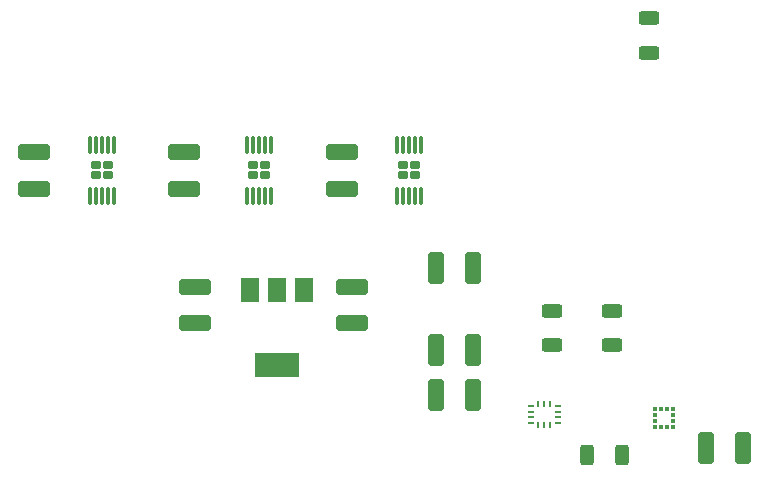
<source format=gtp>
%TF.GenerationSoftware,KiCad,Pcbnew,(6.0.7)*%
%TF.CreationDate,2023-02-02T12:11:16-07:00*%
%TF.ProjectId,Tellus,54656c6c-7573-42e6-9b69-6361645f7063,rev?*%
%TF.SameCoordinates,Original*%
%TF.FileFunction,Paste,Top*%
%TF.FilePolarity,Positive*%
%FSLAX46Y46*%
G04 Gerber Fmt 4.6, Leading zero omitted, Abs format (unit mm)*
G04 Created by KiCad (PCBNEW (6.0.7)) date 2023-02-02 12:11:16*
%MOMM*%
%LPD*%
G01*
G04 APERTURE LIST*
G04 Aperture macros list*
%AMRoundRect*
0 Rectangle with rounded corners*
0 $1 Rounding radius*
0 $2 $3 $4 $5 $6 $7 $8 $9 X,Y pos of 4 corners*
0 Add a 4 corners polygon primitive as box body*
4,1,4,$2,$3,$4,$5,$6,$7,$8,$9,$2,$3,0*
0 Add four circle primitives for the rounded corners*
1,1,$1+$1,$2,$3*
1,1,$1+$1,$4,$5*
1,1,$1+$1,$6,$7*
1,1,$1+$1,$8,$9*
0 Add four rect primitives between the rounded corners*
20,1,$1+$1,$2,$3,$4,$5,0*
20,1,$1+$1,$4,$5,$6,$7,0*
20,1,$1+$1,$6,$7,$8,$9,0*
20,1,$1+$1,$8,$9,$2,$3,0*%
G04 Aperture macros list end*
%ADD10RoundRect,0.250000X1.100000X-0.412500X1.100000X0.412500X-1.100000X0.412500X-1.100000X-0.412500X0*%
%ADD11RoundRect,0.250000X0.412500X1.100000X-0.412500X1.100000X-0.412500X-1.100000X0.412500X-1.100000X0*%
%ADD12RoundRect,0.250000X-0.625000X0.312500X-0.625000X-0.312500X0.625000X-0.312500X0.625000X0.312500X0*%
%ADD13R,0.475000X0.250000*%
%ADD14R,0.250000X0.475000*%
%ADD15RoundRect,0.250000X-1.100000X0.412500X-1.100000X-0.412500X1.100000X-0.412500X1.100000X0.412500X0*%
%ADD16RoundRect,0.180000X0.235000X-0.180000X0.235000X0.180000X-0.235000X0.180000X-0.235000X-0.180000X0*%
%ADD17RoundRect,0.075000X0.075000X-0.662500X0.075000X0.662500X-0.075000X0.662500X-0.075000X-0.662500X0*%
%ADD18RoundRect,0.250000X0.625000X-0.312500X0.625000X0.312500X-0.625000X0.312500X-0.625000X-0.312500X0*%
%ADD19RoundRect,0.250000X-0.312500X-0.625000X0.312500X-0.625000X0.312500X0.625000X-0.312500X0.625000X0*%
%ADD20RoundRect,0.250000X-0.412500X-1.100000X0.412500X-1.100000X0.412500X1.100000X-0.412500X1.100000X0*%
%ADD21RoundRect,0.031500X-0.168500X-0.143500X0.168500X-0.143500X0.168500X0.143500X-0.168500X0.143500X0*%
%ADD22RoundRect,0.035000X-0.140000X-0.165000X0.140000X-0.165000X0.140000X0.165000X-0.140000X0.165000X0*%
%ADD23R,1.500000X2.000000*%
%ADD24R,3.800000X2.000000*%
G04 APERTURE END LIST*
D10*
%TO.C,C1*%
X128905000Y-95542500D03*
X128905000Y-92417500D03*
%TD*%
D11*
%TO.C,C2*%
X166027500Y-109220000D03*
X162902500Y-109220000D03*
%TD*%
D12*
%TO.C,R3*%
X172720000Y-105852500D03*
X172720000Y-108777500D03*
%TD*%
D13*
%TO.C,U7*%
X170922500Y-113907500D03*
X170922500Y-114407500D03*
X170922500Y-114907500D03*
X170922500Y-115407500D03*
D14*
X171585000Y-115570000D03*
X172085000Y-115570000D03*
X172585000Y-115570000D03*
D13*
X173247500Y-115407500D03*
X173247500Y-114907500D03*
X173247500Y-114407500D03*
X173247500Y-113907500D03*
D14*
X172585000Y-113745000D03*
X172085000Y-113745000D03*
X171585000Y-113745000D03*
%TD*%
D15*
%TO.C,C3*%
X155815000Y-103822500D03*
X155815000Y-106947500D03*
%TD*%
D11*
%TO.C,C4*%
X166027500Y-102235000D03*
X162902500Y-102235000D03*
%TD*%
D10*
%TO.C,C5*%
X141605000Y-95542500D03*
X141605000Y-92417500D03*
%TD*%
%TO.C,C6*%
X154940000Y-95542500D03*
X154940000Y-92417500D03*
%TD*%
D16*
%TO.C,U3*%
X148450000Y-93550000D03*
X147460000Y-93550000D03*
X148450000Y-94410000D03*
X147460000Y-94410000D03*
D17*
X146955000Y-96142500D03*
X147455000Y-96142500D03*
X147955000Y-96142500D03*
X148455000Y-96142500D03*
X148955000Y-96142500D03*
X148955000Y-91817500D03*
X148455000Y-91817500D03*
X147955000Y-91817500D03*
X147455000Y-91817500D03*
X146955000Y-91817500D03*
%TD*%
D18*
%TO.C,R1*%
X180975000Y-84012500D03*
X180975000Y-81087500D03*
%TD*%
D19*
%TO.C,R4*%
X175702500Y-118110000D03*
X178627500Y-118110000D03*
%TD*%
D20*
%TO.C,C9*%
X185762500Y-117475000D03*
X188887500Y-117475000D03*
%TD*%
D12*
%TO.C,R2*%
X177800000Y-105852500D03*
X177800000Y-108777500D03*
%TD*%
D11*
%TO.C,C7*%
X166027500Y-113030000D03*
X162902500Y-113030000D03*
%TD*%
D21*
%TO.C,U6*%
X181470000Y-114185000D03*
X181480000Y-114685000D03*
X181480000Y-115185000D03*
X181470000Y-115685000D03*
D22*
X181995000Y-115700000D03*
X182495000Y-115700000D03*
D21*
X183020000Y-115685000D03*
X183010000Y-115185000D03*
X183010000Y-114685000D03*
X183020000Y-114185000D03*
D22*
X182495000Y-114170000D03*
X181995000Y-114170000D03*
%TD*%
D16*
%TO.C,U1*%
X134125000Y-93550000D03*
X135115000Y-93550000D03*
X135115000Y-94410000D03*
X134125000Y-94410000D03*
D17*
X133620000Y-96142500D03*
X134120000Y-96142500D03*
X134620000Y-96142500D03*
X135120000Y-96142500D03*
X135620000Y-96142500D03*
X135620000Y-91817500D03*
X135120000Y-91817500D03*
X134620000Y-91817500D03*
X134120000Y-91817500D03*
X133620000Y-91817500D03*
%TD*%
D16*
%TO.C,U4*%
X161150000Y-93550000D03*
X161150000Y-94410000D03*
X160160000Y-94410000D03*
X160160000Y-93550000D03*
D17*
X159655000Y-96142500D03*
X160155000Y-96142500D03*
X160655000Y-96142500D03*
X161155000Y-96142500D03*
X161655000Y-96142500D03*
X161655000Y-91817500D03*
X161155000Y-91817500D03*
X160655000Y-91817500D03*
X160155000Y-91817500D03*
X159655000Y-91817500D03*
%TD*%
D10*
%TO.C,C8*%
X142480000Y-106947500D03*
X142480000Y-103822500D03*
%TD*%
D23*
%TO.C,U2*%
X151765000Y-104140000D03*
X149465000Y-104140000D03*
D24*
X149465000Y-110440000D03*
D23*
X147165000Y-104140000D03*
%TD*%
M02*

</source>
